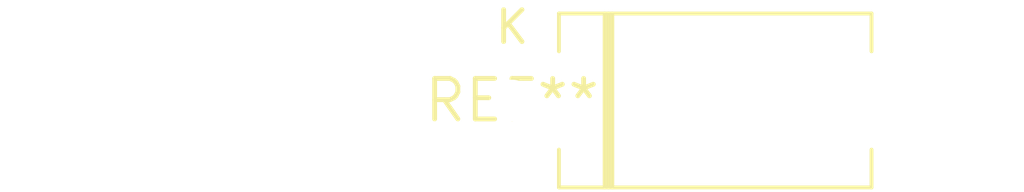
<source format=kicad_pcb>
(kicad_pcb (version 20240108) (generator pcbnew)
  (layers (0 "F.Cu" signal) (31 "B.Cu" signal) (34 "B.Paste" user) (35 "F.Paste" user) (36 "B.SilkS" user "B.Silkscreen") (37 "F.SilkS" user "F.Silkscreen") (38 "B.Mask" user) (39 "F.Mask" user) (44 "Edge.Cuts" user))
  (net 0 "")
  (footprint "D_DO-201_P12.70mm_Horizontal" (layer "F.Cu") (at 0 0)
    (property "Reference" "REF**")
    (property "Value" "D_DO-201_P12.70mm_Horizontal")
    (fp_line (start 1.465 -2.725) (end 11.235 -2.725) (layer "F.SilkS") (stroke (width 0.12)))
    (fp_line (start 1.465 -1.54) (end 1.465 -2.725) (layer "F.SilkS") (stroke (width 0.12)))
    (fp_line (start 1.465 1.54) (end 1.465 2.725) (layer "F.SilkS") (stroke (width 0.12)))
    (fp_line (start 1.465 2.725) (end 11.235 2.725) (layer "F.SilkS") (stroke (width 0.12)))
    (fp_line (start 2.8945 -2.725) (end 2.8945 2.725) (layer "F.SilkS") (stroke (width 0.12)))
    (fp_line (start 3.0145 -2.725) (end 3.0145 2.725) (layer "F.SilkS") (stroke (width 0.12)))
    (fp_line (start 3.1345 -2.725) (end 3.1345 2.725) (layer "F.SilkS") (stroke (width 0.12)))
    (fp_line (start 11.235 -2.725) (end 11.235 -1.54) (layer "F.SilkS") (stroke (width 0.12)))
    (fp_line (start 11.235 2.725) (end 11.235 1.54) (layer "F.SilkS") (stroke (width 0.12)))
    (fp_text user "K" (at 0 -2.3 0) (layer "F.SilkS"))
    (pad "1" thru_hole rect (at 0 0) (size 2.6 2.6) (drill 1.3) (layers *.Cu *.Mask) (remove_unused_layers))
    (pad "2" thru_hole oval (at 12.7 0) (size 2.6 2.6) (drill 1.3) (layers *.Cu *.Mask) (remove_unused_layers))
  )
)
</source>
